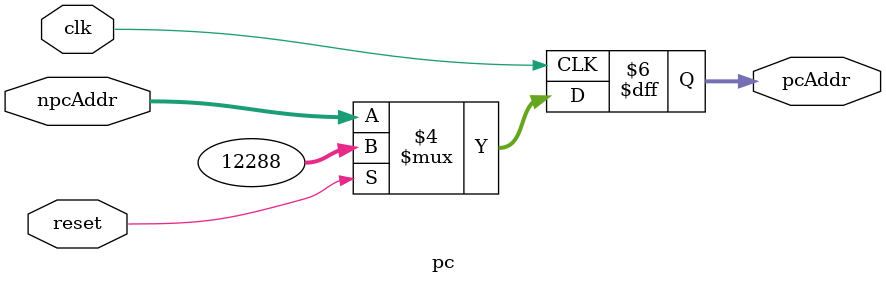
<source format=v>
module pc(
  input [31:0] npcAddr,
  input clk,
  input reset,
  output reg [31:0] pcAddr
  );
  
  always @(posedge clk)
    if (!reset)
      pcAddr = npcAddr;
    else
      pcAddr = 32'h00003000;
  
endmodule
</source>
